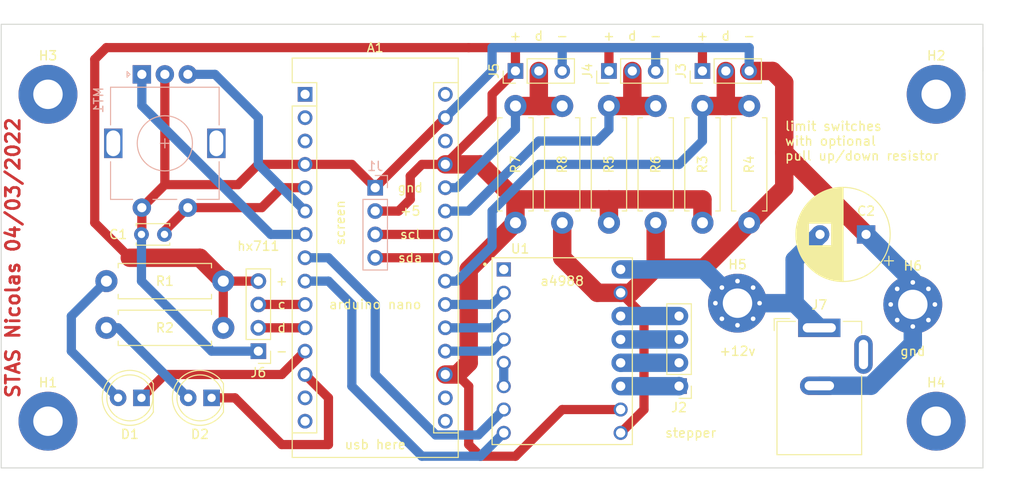
<source format=kicad_pcb>
(kicad_pcb (version 20211014) (generator pcbnew)
  (layers (0 "F.Cu" signal) (31 "B.Cu" signal) (34 "B.Paste" user) (35 "F.Paste" user) (36 "B.SilkS" user "B.Silkscreen") (37 "F.SilkS" user "F.Silkscreen") (38 "B.Mask" user) (39 "F.Mask" user) (44 "Edge.Cuts" user))
  (net 0 "")
  (net 4 "GND")
  (net 5 "button")
  (net 6 "encod_int")
  (net 7 "encod_dir")
  (net 8 "step")
  (net 9 "dir")
  (net 10 "load_clk")
  (net 11 "load_data")
  (net 12 "Net-(A1-Pad12)")
  (net 13 "Net-(A1-Pad13)")
  (net 17 "+3V3")
  (net 18 "+5V")
  (net 19 "ms3")
  (net 20 "ms2")
  (net 21 "ms1")
  (net 22 "l1")
  (net 23 "sda")
  (net 24 "scl")
  (net 25 "l2")
  (net 26 "l3")
  (net 29 "+12V")
  (net 30 "Net-(D1-Pad2)")
  (net 31 "Net-(D2-Pad2)")
  (net 32 "Net-(J2-Pad1)")
  (net 33 "Net-(J2-Pad2)")
  (net 34 "Net-(J2-Pad3)")
  (net 35 "Net-(J2-Pad4)")
  (net 37 "Net-(U1-Pad5)")
  (footprint "Connector_PinHeader_2.54mm:PinHeader_1x03_P2.54mm_Vertical" (layer "F.Cu") (at 101.6 50.8 90)
    (fp_text reference "J5" (at 0 -2.33 90) (layer "F.SilkS"))
    (fp_text value "Conn_01x03_Female")
    (pad "1" thru_hole rect (at 0 0 90) (size 1.7 1.7) (drill 1) (layers *.Cu *.Mask) (net 18 "+5V"))
    (pad "2" thru_hole oval (at 0 2.54 90) (size 1.7 1.7) (drill 1) (layers *.Cu *.Mask) (net 26 "l3"))
    (pad "3" thru_hole oval (at 0 5.08 90) (size 1.7 1.7) (drill 1) (layers *.Cu *.Mask) (net 4 "GND"))
  )
  (footprint "imports:MODULE_A4988_STEPPER_MOTOR_DRIVER_CARRIER" (layer "F.Cu") (at 106.68 81.28)
    (fp_text reference "U1" (at -4.575 -11.135) (layer "F.SilkS"))
    (fp_text value "A4988_STEPPER_MOTOR_DRIVER_CARRIER")
    (pad "1" thru_hole rect locked (at -6.35 -8.89) (size 1.53 1.53) (drill 1.02) (layers *.Cu *.Mask))
    (pad "2" thru_hole circle locked (at -6.35 -6.35) (size 1.53 1.53) (drill 1.02) (layers *.Cu *.Mask) (net 21 "ms1"))
    (pad "3" thru_hole circle locked (at -6.35 -3.81) (size 1.53 1.53) (drill 1.02) (layers *.Cu *.Mask) (net 20 "ms2"))
    (pad "4" thru_hole circle locked (at -6.35 -1.27) (size 1.53 1.53) (drill 1.02) (layers *.Cu *.Mask) (net 19 "ms3"))
    (pad "5" thru_hole circle locked (at -6.35 1.27) (size 1.53 1.53) (drill 1.02) (layers *.Cu *.Mask) (net 37 "Net-(U1-Pad5)"))
    (pad "6" thru_hole circle locked (at -6.35 3.81) (size 1.53 1.53) (drill 1.02) (layers *.Cu *.Mask) (net 37 "Net-(U1-Pad5)"))
    (pad "7" thru_hole circle locked (at -6.35 6.35) (size 1.53 1.53) (drill 1.02) (layers *.Cu *.Mask) (net 8 "step"))
    (pad "8" thru_hole circle locked (at -6.35 8.89) (size 1.53 1.53) (drill 1.02) (layers *.Cu *.Mask) (net 9 "dir"))
    (pad "9" thru_hole circle locked (at 6.35 8.89) (size 1.53 1.53) (drill 1.02) (layers *.Cu *.Mask) (net 4 "GND"))
    (pad "10" thru_hole circle locked (at 6.35 6.35) (size 1.53 1.53) (drill 1.02) (layers *.Cu *.Mask) (net 18 "+5V"))
    (pad "11" thru_hole circle locked (at 6.35 3.81) (size 1.53 1.53) (drill 1.02) (layers *.Cu *.Mask) (net 33 "Net-(J2-Pad2)"))
    (pad "12" thru_hole circle locked (at 6.35 1.27) (size 1.53 1.53) (drill 1.02) (layers *.Cu *.Mask) (net 32 "Net-(J2-Pad1)"))
    (pad "13" thru_hole circle locked (at 6.35 -1.27) (size 1.53 1.53) (drill 1.02) (layers *.Cu *.Mask) (net 34 "Net-(J2-Pad3)"))
    (pad "14" thru_hole circle locked (at 6.35 -3.81) (size 1.53 1.53) (drill 1.02) (layers *.Cu *.Mask) (net 35 "Net-(J2-Pad4)"))
    (pad "15" thru_hole circle locked (at 6.35 -6.35) (size 1.53 1.53) (drill 1.02) (layers *.Cu *.Mask) (net 4 "GND"))
    (pad "16" thru_hole circle locked (at 6.35 -8.89) (size 1.53 1.53) (drill 1.02) (layers *.Cu *.Mask) (net 29 "+12V"))
  )
  (footprint "Module:Arduino_Nano" (layer "F.Cu") (at 78.74 53.34)
    (fp_text reference "A1" (at 7.62 -5.08) (layer "F.SilkS"))
    (fp_text value "Arduino_Nano_Every")
    (pad "1" thru_hole rect (at 0 0) (size 1.6 1.6) (drill 1) (layers *.Cu *.Mask))
    (pad "2" thru_hole oval (at 0 2.54) (size 1.6 1.6) (drill 1) (layers *.Cu *.Mask))
    (pad "3" thru_hole oval (at 0 5.08) (size 1.6 1.6) (drill 1) (layers *.Cu *.Mask))
    (pad "4" thru_hole oval (at 0 7.62) (size 1.6 1.6) (drill 1) (layers *.Cu *.Mask) (net 4 "GND"))
    (pad "5" thru_hole oval (at 0 10.16) (size 1.6 1.6) (drill 1) (layers *.Cu *.Mask) (net 5 "button"))
    (pad "6" thru_hole oval (at 0 12.7) (size 1.6 1.6) (drill 1) (layers *.Cu *.Mask) (net 6 "encod_int"))
    (pad "7" thru_hole oval (at 0 15.24) (size 1.6 1.6) (drill 1) (layers *.Cu *.Mask) (net 7 "encod_dir"))
    (pad "8" thru_hole oval (at 0 17.78) (size 1.6 1.6) (drill 1) (layers *.Cu *.Mask) (net 8 "step"))
    (pad "9" thru_hole oval (at 0 20.32) (size 1.6 1.6) (drill 1) (layers *.Cu *.Mask) (net 9 "dir"))
    (pad "10" thru_hole oval (at 0 22.86) (size 1.6 1.6) (drill 1) (layers *.Cu *.Mask) (net 10 "load_clk"))
    (pad "11" thru_hole oval (at 0 25.4) (size 1.6 1.6) (drill 1) (layers *.Cu *.Mask) (net 11 "load_data"))
    (pad "12" thru_hole oval (at 0 27.94) (size 1.6 1.6) (drill 1) (layers *.Cu *.Mask) (net 12 "Net-(A1-Pad12)"))
    (pad "13" thru_hole oval (at 0 30.48) (size 1.6 1.6) (drill 1) (layers *.Cu *.Mask) (net 13 "Net-(A1-Pad13)"))
    (pad "14" thru_hole oval (at 0 33.02) (size 1.6 1.6) (drill 1) (layers *.Cu *.Mask))
    (pad "15" thru_hole oval (at 0 35.56) (size 1.6 1.6) (drill 1) (layers *.Cu *.Mask))
    (pad "16" thru_hole oval (at 15.24 35.56) (size 1.6 1.6) (drill 1) (layers *.Cu *.Mask))
    (pad "17" thru_hole oval (at 15.24 33.02) (size 1.6 1.6) (drill 1) (layers *.Cu *.Mask) (net 17 "+3V3"))
    (pad "18" thru_hole oval (at 15.24 30.48) (size 1.6 1.6) (drill 1) (layers *.Cu *.Mask) (net 18 "+5V"))
    (pad "19" thru_hole oval (at 15.24 27.94) (size 1.6 1.6) (drill 1) (layers *.Cu *.Mask) (net 19 "ms3"))
    (pad "20" thru_hole oval (at 15.24 25.4) (size 1.6 1.6) (drill 1) (layers *.Cu *.Mask) (net 20 "ms2"))
    (pad "21" thru_hole oval (at 15.24 22.86) (size 1.6 1.6) (drill 1) (layers *.Cu *.Mask) (net 21 "ms1"))
    (pad "22" thru_hole oval (at 15.24 20.32) (size 1.6 1.6) (drill 1) (layers *.Cu *.Mask) (net 22 "l1"))
    (pad "23" thru_hole oval (at 15.24 17.78) (size 1.6 1.6) (drill 1) (layers *.Cu *.Mask) (net 23 "sda"))
    (pad "24" thru_hole oval (at 15.24 15.24) (size 1.6 1.6) (drill 1) (layers *.Cu *.Mask) (net 24 "scl"))
    (pad "25" thru_hole oval (at 15.24 12.7) (size 1.6 1.6) (drill 1) (layers *.Cu *.Mask) (net 25 "l2"))
    (pad "26" thru_hole oval (at 15.24 10.16) (size 1.6 1.6) (drill 1) (layers *.Cu *.Mask) (net 26 "l3"))
    (pad "27" thru_hole oval (at 15.24 7.62) (size 1.6 1.6) (drill 1) (layers *.Cu *.Mask) (net 18 "+5V"))
    (pad "28" thru_hole oval (at 15.24 5.08) (size 1.6 1.6) (drill 1) (layers *.Cu *.Mask))
    (pad "29" thru_hole oval (at 15.24 2.54) (size 1.6 1.6) (drill 1) (layers *.Cu *.Mask) (net 4 "GND"))
    (pad "30" thru_hole oval (at 15.24 0) (size 1.6 1.6) (drill 1) (layers *.Cu *.Mask))
  )
  (footprint "Connector_PinHeader_2.54mm:PinHeader_1x04_P2.54mm_Vertical" (layer "F.Cu") (at 73.66 81.28 180)
    (fp_text reference "J6" (at 0 -2.33) (layer "F.SilkS"))
    (fp_text value "Conn_01x04_Female")
    (pad "1" thru_hole rect (at 0 0 180) (size 1.7 1.7) (drill 1) (layers *.Cu *.Mask) (net 4 "GND"))
    (pad "2" thru_hole oval (at 0 2.54 180) (size 1.7 1.7) (drill 1) (layers *.Cu *.Mask) (net 11 "load_data"))
    (pad "3" thru_hole oval (at 0 5.08 180) (size 1.7 1.7) (drill 1) (layers *.Cu *.Mask) (net 10 "load_clk"))
    (pad "4" thru_hole oval (at 0 7.62 180) (size 1.7 1.7) (drill 1) (layers *.Cu *.Mask) (net 18 "+5V"))
  )
  (footprint "Resistor_THT:R_Axial_DIN0411_L9.9mm_D3.6mm_P12.70mm_Horizontal" (layer "F.Cu") (at 116.84 54.61 -90)
    (fp_text reference "R6" (at 6.35 0 90) (layer "F.SilkS"))
    (fp_text value "R")
    (pad "1" thru_hole circle (at 0 0 270) (size 2.4 2.4) (drill 1.2) (layers *.Cu *.Mask) (net 25 "l2"))
    (pad "2" thru_hole oval (at 12.7 0 270) (size 2.4 2.4) (drill 1.2) (layers *.Cu *.Mask) (net 4 "GND"))
  )
  (footprint "Resistor_THT:R_Axial_DIN0411_L9.9mm_D3.6mm_P12.70mm_Horizontal" (layer "F.Cu") (at 106.68 54.61 -90)
    (fp_text reference "R8" (at 6.35 0 90) (layer "F.SilkS"))
    (fp_text value "R")
    (pad "1" thru_hole circle (at 0 0 270) (size 2.4 2.4) (drill 1.2) (layers *.Cu *.Mask) (net 26 "l3"))
    (pad "2" thru_hole oval (at 12.7 0 270) (size 2.4 2.4) (drill 1.2) (layers *.Cu *.Mask) (net 4 "GND"))
  )
  (footprint "MountingHole:MountingHole_3.2mm_M3_Pad" (layer "F.Cu") (at 50.8 53.34)
    (fp_text reference "H3" (at 0 -4.2) (layer "F.SilkS"))
    (fp_text value "MountingHole")
    (pad "1" thru_hole circle (at 0 0) (size 6.4 6.4) (drill 3.2) (layers *.Cu *.Mask))
  )
  (footprint "Resistor_THT:R_Axial_DIN0411_L9.9mm_D3.6mm_P12.70mm_Horizontal" (layer "F.Cu") (at 127 54.61 -90)
    (fp_text reference "R4" (at 6.35 0 90) (layer "F.SilkS"))
    (fp_text value "R")
    (pad "1" thru_hole circle (at 0 0 270) (size 2.4 2.4) (drill 1.2) (layers *.Cu *.Mask) (net 22 "l1"))
    (pad "2" thru_hole oval (at 12.7 0 270) (size 2.4 2.4) (drill 1.2) (layers *.Cu *.Mask) (net 4 "GND"))
  )
  (footprint "Resistor_THT:R_Axial_DIN0411_L9.9mm_D3.6mm_P12.70mm_Horizontal" (layer "F.Cu") (at 111.76 67.31 90)
    (fp_text reference "R5" (at 6.35 0 90) (layer "F.SilkS"))
    (fp_text value "R")
    (pad "1" thru_hole circle (at 0 0 90) (size 2.4 2.4) (drill 1.2) (layers *.Cu *.Mask) (net 18 "+5V"))
    (pad "2" thru_hole oval (at 12.7 0 90) (size 2.4 2.4) (drill 1.2) (layers *.Cu *.Mask) (net 25 "l2"))
  )
  (footprint "LED_THT:LED_D5.0mm" (layer "F.Cu") (at 68.58 86.36 180)
    (fp_text reference "D2" (at 1.27 -3.96) (layer "F.SilkS"))
    (fp_text value "LED")
    (pad "1" thru_hole rect (at 0 0 180) (size 1.8 1.8) (drill 0.9) (layers *.Cu *.Mask) (net 13 "Net-(A1-Pad13)"))
    (pad "2" thru_hole circle (at 2.54 0 180) (size 1.8 1.8) (drill 0.9) (layers *.Cu *.Mask) (net 31 "Net-(D2-Pad2)"))
  )
  (footprint "Resistor_THT:R_Axial_DIN0411_L9.9mm_D3.6mm_P12.70mm_Horizontal" (layer "F.Cu") (at 121.92 67.31 90)
    (fp_text reference "R3" (at 6.35 0 90) (layer "F.SilkS"))
    (fp_text value "R")
    (pad "1" thru_hole circle (at 0 0 90) (size 2.4 2.4) (drill 1.2) (layers *.Cu *.Mask) (net 18 "+5V"))
    (pad "2" thru_hole oval (at 12.7 0 90) (size 2.4 2.4) (drill 1.2) (layers *.Cu *.Mask) (net 22 "l1"))
  )
  (footprint "Resistor_THT:R_Axial_DIN0411_L9.9mm_D3.6mm_P12.70mm_Horizontal" (layer "F.Cu") (at 57.15 78.74)
    (fp_text reference "R2" (at 6.35 0) (layer "F.SilkS"))
    (fp_text value "R")
    (pad "1" thru_hole circle (at 0 0) (size 2.4 2.4) (drill 1.2) (layers *.Cu *.Mask) (net 31 "Net-(D2-Pad2)"))
    (pad "2" thru_hole oval (at 12.7 0) (size 2.4 2.4) (drill 1.2) (layers *.Cu *.Mask) (net 18 "+5V"))
  )
  (footprint "MountingHole:MountingHole_3.2mm_M3_Pad" (layer "F.Cu") (at 147.32 53.34)
    (fp_text reference "H2" (at 0 -4.2) (layer "F.SilkS"))
    (fp_text value "MountingHole")
    (pad "1" thru_hole circle (at 0 0) (size 6.4 6.4) (drill 3.2) (layers *.Cu *.Mask))
  )
  (footprint "MountingHole:MountingHole_3.2mm_M3_Pad_Via" (layer "F.Cu") (at 144.78 76.2)
    (fp_text reference "H6" (at 0 -4.2) (layer "F.SilkS"))
    (fp_text value "MountingHole_Pad")
    (pad "1" thru_hole circle (at 2.4 0) (size 0.8 0.8) (drill 0.5) (layers *.Cu *.Mask) (net 4 "GND"))
    (pad "1" thru_hole circle (at -2.4 0) (size 0.8 0.8) (drill 0.5) (layers *.Cu *.Mask) (net 4 "GND"))
    (pad "1" thru_hole circle (at -1.697056 1.697056) (size 0.8 0.8) (drill 0.5) (layers *.Cu *.Mask) (net 4 "GND"))
    (pad "1" thru_hole circle (at -1.697056 -1.697056) (size 0.8 0.8) (drill 0.5) (layers *.Cu *.Mask) (net 4 "GND"))
    (pad "1" thru_hole circle (at 1.697056 -1.697056) (size 0.8 0.8) (drill 0.5) (layers *.Cu *.Mask) (net 4 "GND"))
    (pad "1" thru_hole circle (at 0 2.4) (size 0.8 0.8) (drill 0.5) (layers *.Cu *.Mask) (net 4 "GND"))
    (pad "1" thru_hole circle (at 1.697056 1.697056) (size 0.8 0.8) (drill 0.5) (layers *.Cu *.Mask) (net 4 "GND"))
    (pad "1" thru_hole circle (at 0 0) (size 6.4 6.4) (drill 3.2) (layers *.Cu *.Mask) (net 4 "GND"))
    (pad "1" thru_hole circle (at 0 -2.4) (size 0.8 0.8) (drill 0.5) (layers *.Cu *.Mask) (net 4 "GND"))
  )
  (footprint "Connector_BarrelJack:BarrelJack_GCT_DCJ200-10-A_Horizontal" (layer "F.Cu") (at 134.62 78.74)
    (fp_text reference "J7" (at 0 -2.5) (layer "F.SilkS"))
    (fp_text value "Jack-DC")
    (pad "1" thru_hole rect (at 0 0) (size 4.6 2) (drill oval 3.6 1) (layers *.Cu *.Mask) (net 29 "+12V"))
    (pad "2" thru_hole oval (at 0 6.3) (size 4.2 2) (drill oval 3.2 1) (layers *.Cu *.Mask) (net 4 "GND"))
    (pad "3" thru_hole oval (at 4.8 2.9) (size 2 4.2) (drill oval 1 3.2) (layers *.Cu *.Mask))
  )
  (footprint "Capacitor_THT:C_Disc_D3.4mm_W2.1mm_P2.50mm" (layer "F.Cu") (at 60.96 68.58)
    (fp_text reference "C1" (at -2.54 0) (layer "F.SilkS"))
    (fp_text value "C_Small")
    (pad "1" thru_hole circle (at 0 0) (size 1.6 1.6) (drill 0.8) (layers *.Cu *.Mask) (net 4 "GND"))
    (pad "2" thru_hole circle (at 2.5 0) (size 1.6 1.6) (drill 0.8) (layers *.Cu *.Mask) (net 5 "button"))
  )
  (footprint "Connector_PinHeader_2.54mm:PinHeader_1x04_P2.54mm_Vertical" (layer "F.Cu") (at 119.38 85.08 180)
    (fp_text reference "J2" (at 0 -2.33) (layer "F.SilkS"))
    (fp_text value "Conn_01x04_Female")
    (pad "1" thru_hole rect (at 0 0 180) (size 1.7 1.7) (drill 1) (layers *.Cu *.Mask) (net 33 "Net-(J2-Pad2)"))
    (pad "2" thru_hole oval (at 0 2.54 180) (size 1.7 1.7) (drill 1) (layers *.Cu *.Mask) (net 32 "Net-(J2-Pad1)"))
    (pad "3" thru_hole oval (at 0 5.08 180) (size 1.7 1.7) (drill 1) (layers *.Cu *.Mask) (net 34 "Net-(J2-Pad3)"))
    (pad "4" thru_hole oval (at 0 7.62 180) (size 1.7 1.7) (drill 1) (layers *.Cu *.Mask) (net 35 "Net-(J2-Pad4)"))
  )
  (footprint "LED_THT:LED_D5.0mm" (layer "F.Cu") (at 60.96 86.36 180)
    (fp_text reference "D1" (at 1.27 -3.96) (layer "F.SilkS"))
    (fp_text value "LED")
    (pad "1" thru_hole rect (at 0 0 180) (size 1.8 1.8) (drill 0.9) (layers *.Cu *.Mask) (net 12 "Net-(A1-Pad12)"))
    (pad "2" thru_hole circle (at 2.54 0 180) (size 1.8 1.8) (drill 0.9) (layers *.Cu *.Mask) (net 30 "Net-(D1-Pad2)"))
  )
  (footprint "Connector_PinHeader_2.54mm:PinHeader_1x03_P2.54mm_Vertical" (layer "F.Cu") (at 121.92 50.8 90)
    (fp_text reference "J3" (at 0 -2.33 90) (layer "F.SilkS"))
    (fp_text value "Conn_01x03_Female")
    (pad "1" thru_hole rect (at 0 0 90) (size 1.7 1.7) (drill 1) (layers *.Cu *.Mask) (net 18 "+5V"))
    (pad "2" thru_hole oval (at 0 2.54 90) (size 1.7 1.7) (drill 1) (layers *.Cu *.Mask) (net 22 "l1"))
    (pad "3" thru_hole oval (at 0 5.08 90) (size 1.7 1.7) (drill 1) (layers *.Cu *.Mask) (net 4 "GND"))
  )
  (footprint "MountingHole:MountingHole_3.2mm_M3_Pad" (layer "F.Cu") (at 147.32 88.9)
    (fp_text reference "H4" (at 0 -4.2) (layer "F.SilkS"))
    (fp_text value "MountingHole")
    (pad "1" thru_hole circle (at 0 0) (size 6.4 6.4) (drill 3.2) (layers *.Cu *.Mask))
  )
  (footprint "Resistor_THT:R_Axial_DIN0411_L9.9mm_D3.6mm_P12.70mm_Horizontal" (layer "F.Cu") (at 101.6 67.31 90)
    (fp_text reference "R7" (at 6.35 0 90) (layer "F.SilkS"))
    (fp_text value "R")
    (pad "1" thru_hole circle (at 0 0 90) (size 2.4 2.4) (drill 1.2) (layers *.Cu *.Mask) (net 18 "+5V"))
    (pad "2" thru_hole oval (at 12.7 0 90) (size 2.4 2.4) (drill 1.2) (layers *.Cu *.Mask) (net 26 "l3"))
  )
  (footprint "MountingHole:MountingHole_3.2mm_M3_Pad_Via" (layer "F.Cu") (at 125.73 76.06)
    (fp_text reference "H5" (at 0 -4.2) (layer "F.SilkS"))
    (fp_text value "MountingHole_Pad")
    (pad "1" thru_hole circle (at -1.697056 1.697056) (size 0.8 0.8) (drill 0.5) (layers *.Cu *.Mask) (net 29 "+12V"))
    (pad "1" thru_hole circle (at 0 0) (size 6.4 6.4) (drill 3.2) (layers *.Cu *.Mask) (net 29 "+12V"))
    (pad "1" thru_hole circle (at -1.697056 -1.697056) (size 0.8 0.8) (drill 0.5) (layers *.Cu *.Mask) (net 29 "+12V"))
    (pad "1" thru_hole circle (at -2.4 0) (size 0.8 0.8) (drill 0.5) (layers *.Cu *.Mask) (net 29 "+12V"))
    (pad "1" thru_hole circle (at 0 -2.4) (size 0.8 0.8) (drill 0.5) (layers *.Cu *.Mask) (net 29 "+12V"))
    (pad "1" thru_hole circle (at 0 2.4) (size 0.8 0.8) (drill 0.5) (layers *.Cu *.Mask) (net 29 "+12V"))
    (pad "1" thru_hole circle (at 1.697056 1.697056) (size 0.8 0.8) (drill 0.5) (layers *.Cu *.Mask) (net 29 "+12V"))
    (pad "1" thru_hole circle (at 2.4 0) (size 0.8 0.8) (drill 0.5) (layers *.Cu *.Mask) (net 29 "+12V"))
    (pad "1" thru_hole circle (at 1.697056 -1.697056) (size 0.8 0.8) (drill 0.5) (layers *.Cu *.Mask) (net 29 "+12V"))
  )
  (footprint "Connector_PinHeader_2.54mm:PinHeader_1x03_P2.54mm_Vertical" (layer "F.Cu") (at 111.76 50.8 90)
    (fp_text reference "J4" (at 0 -2.33 90) (layer "F.SilkS"))
    (fp_text value "Conn_01x03_Female")
    (pad "1" thru_hole rect (at 0 0 90) (size 1.7 1.7) (drill 1) (layers *.Cu *.Mask) (net 18 "+5V"))
    (pad "2" thru_hole oval (at 0 2.54 90) (size 1.7 1.7) (drill 1) (layers *.Cu *.Mask) (net 25 "l2"))
    (pad "3" thru_hole oval (at 0 5.08 90) (size 1.7 1.7) (drill 1) (layers *.Cu *.Mask) (net 4 "GND"))
  )
  (footprint "Capacitor_THT:CP_Radial_D10.0mm_P5.00mm" (layer "F.Cu") (at 139.7 68.58 180)
    (fp_text reference "C2" (at 0 2.54) (layer "F.SilkS"))
    (fp_text value "C")
    (pad "1" thru_hole rect (at 0 0 180) (size 2 2) (drill 1) (layers *.Cu *.Mask) (net 4 "GND"))
    (pad "2" thru_hole circle (at 5 0 180) (size 2 2) (drill 1) (layers *.Cu *.Mask) (net 29 "+12V"))
  )
  (footprint "Resistor_THT:R_Axial_DIN0411_L9.9mm_D3.6mm_P12.70mm_Horizontal" (layer "F.Cu") (at 57.15 73.66)
    (fp_text reference "R1" (at 6.35 0) (layer "F.SilkS"))
    (fp_text value "R")
    (pad "1" thru_hole circle (at 0 0) (size 2.4 2.4) (drill 1.2) (layers *.Cu *.Mask) (net 30 "Net-(D1-Pad2)"))
    (pad "2" thru_hole oval (at 12.7 0) (size 2.4 2.4) (drill 1.2) (layers *.Cu *.Mask) (net 18 "+5V"))
  )
  (footprint "MountingHole:MountingHole_3.2mm_M3_Pad" (layer "F.Cu") (at 50.8 88.9)
    (fp_text reference "H1" (at 0 -4.2) (layer "F.SilkS"))
    (fp_text value "MountingHole")
    (pad "1" thru_hole circle (at 0 0) (size 6.4 6.4) (drill 3.2) (layers *.Cu *.Mask))
  )
  (footprint "Rotary_Encoder:RotaryEncoder_Alps_EC11E-Switch_Vertical_H20mm" (layer "B.Cu") (at 61 51.17 -90)
    (fp_text reference "MT1" (at 2.8 4.7 90) (layer "B.SilkS") (effects (justify mirror)))
    (fp_text value "PEC11R-4215F-S0024")
    (pad "A" thru_hole rect (at 0 0 270) (size 2 2) (drill 1) (layers *.Cu *.Mask) (net 7 "encod_dir"))
    (pad "B" thru_hole circle (at 0 -5 270) (size 2 2) (drill 1) (layers *.Cu *.Mask) (net 6 "encod_int"))
    (pad "C" thru_hole circle (at 0 -2.5 270) (size 2 2) (drill 1) (layers *.Cu *.Mask) (net 4 "GND"))
    (pad "MP" thru_hole rect (at 7.5 -8.1 270) (size 3.2 2) (drill oval 2.8 1.5) (layers *.Cu *.Mask))
    (pad "MP" thru_hole rect (at 7.5 3.1 270) (size 3.2 2) (drill oval 2.8 1.5) (layers *.Cu *.Mask))
    (pad "S1" thru_hole circle (at 14.5 -5 270) (size 2 2) (drill 1) (layers *.Cu *.Mask) (net 5 "button"))
    (pad "S2" thru_hole circle (at 14.5 0 270) (size 2 2) (drill 1) (layers *.Cu *.Mask) (net 4 "GND"))
  )
  (footprint "Connector_PinHeader_2.54mm:PinHeader_1x04_P2.54mm_Vertical" (layer "B.Cu") (at 86.36 63.5 180)
    (fp_text reference "J1" (at 0 2.33) (layer "B.SilkS") (effects (justify mirror)))
    (fp_text value "Conn_01x04_Female")
    (pad "1" thru_hole rect (at 0 0 180) (size 1.7 1.7) (drill 1) (layers *.Cu *.Mask) (net 4 "GND"))
    (pad "2" thru_hole oval (at 0 -2.54 180) (size 1.7 1.7) (drill 1) (layers *.Cu *.Mask) (net 18 "+5V"))
    (pad "3" thru_hole oval (at 0 -5.08 180) (size 1.7 1.7) (drill 1) (layers *.Cu *.Mask) (net 24 "scl"))
    (pad "4" thru_hole oval (at 0 -7.62 180) (size 1.7 1.7) (drill 1) (layers *.Cu *.Mask) (net 23 "sda"))
  )
  (gr_line (start 152.4 48.26) (end 152.4 93.98) (layer "Edge.Cuts") (width 0.1))
  (gr_line (start 152.4 93.98) (end 45.72 93.98) (layer "Edge.Cuts") (width 0.1))
  (gr_line (start 45.72 45.72) (end 152.4 45.72) (layer "Edge.Cuts") (width 0.1))
  (gr_line (start 152.4 45.72) (end 152.4 50.8) (layer "Edge.Cuts") (width 0.1))
  (gr_line (start 45.72 93.98) (end 45.72 45.72) (layer "Edge.Cuts") (width 0.1))
  (gr_text "STAS Nicolas 04/03/2022" (at 46.99 71.12 90) (layer "F.Cu") (effects (font (size 1.5 1.5) (thickness 0.3))))
  (gr_text "d" (at 114.3 46.99) (layer "F.SilkS") (effects (font (size 1 1))))
  (gr_text "+" (at 101.6 46.99) (layer "F.SilkS") (effects (font (size 1 1))))
  (gr_text "+" (at 111.76 46.99) (layer "F.SilkS") (effects (font (size 1 1))))
  (gr_text "usb here" (at 86.36 91.44) (layer "F.SilkS") (effects (font (size 1 1))))
  (gr_text "gnd\n" (at 90.17 63.5) (layer "F.SilkS") (effects (font (size 1 1))))
  (gr_text "gnd\n" (at 144.78 81.28) (layer "F.SilkS") (effects (font (size 1 1))))
  (gr_text "-" (at 116.84 46.99) (layer "F.SilkS") (effects (font (size 1 1))))
  (gr_text "a4988" (at 106.68 73.66) (layer "F.SilkS") (effects (font (size 1 1))))
  (gr_text "-" (at 127 46.99) (layer "F.SilkS") (effects (font (size 1 1))))
  (gr_text "d" (at 124.46 46.99) (layer "F.SilkS") (effects (font (size 1 1))))
  (gr_text "d" (at 104.14 46.99) (layer "F.SilkS") (effects (font (size 1 1))))
  (gr_text "-" (at 76.2 81.28) (layer "F.SilkS") (effects (font (size 1 1))))
  (gr_text "d" (at 76.2 78.74) (layer "F.SilkS") (effects (font (size 1 1))))
  (gr_text "-" (at 106.68 46.99) (layer "F.SilkS") (effects (font (size 1 1))))
  (gr_text "limit switches\nwith optional \npull up/down resistor" (at 130.81 58.42) (layer "F.SilkS") (effects (font (size 1 1)) (justify left)))
  (gr_text "c" (at 76.2 76.2) (layer "F.SilkS") (effects (font (size 1 1))))
  (gr_text "arduino nano\n" (at 86.36 76.2) (layer "F.SilkS") (effects (font (size 1 1))))
  (gr_text "scl" (at 90.17 68.58) (layer "F.SilkS") (effects (font (size 1 1))))
  (gr_text "sda\n" (at 90.17 71.12) (layer "F.SilkS") (effects (font (size 1 1))))
  (gr_text "stepper" (at 120.65 90.17) (layer "F.SilkS") (effects (font (size 1 1))))
  (gr_text "screen" (at 82.55 67.31 90) (layer "F.SilkS") (effects (font (size 1 1))))
  (gr_text "hx711" (at 73.66 69.85) (layer "F.SilkS") (effects (font (size 1 1))))
  (gr_text "+5" (at 90.17 66.04) (layer "F.SilkS") (effects (font (size 1 1))))
  (gr_text "+\n" (at 76.2 73.66) (layer "F.SilkS") (effects (font (size 1 1))))
  (gr_text "+12v\n" (at 125.73 81.28) (layer "F.SilkS") (effects (font (size 1 1))))
  (gr_text "+" (at 121.92 46.99) (layer "F.SilkS") (effects (font (size 1 1))))
  (segment (start 115.57 77.47) (end 113.03 74.93) (width 1) (layer "F.Cu") (net 4))
  (segment (start 113.03 74.93) (end 114.111873 74.93) (width 2) (layer "F.Cu") (net 4))
  (segment (start 61 65.67) (end 61 68.54) (width 1) (layer "F.Cu") (net 4))
  (segment (start 106.68 67.31) (end 106.68 71.12) (width 2) (layer "F.Cu") (net 4))
  (segment (start 73.66 60.96) (end 78.74 60.96) (width 1) (layer "F.Cu") (net 4))
  (segment (start 114.111873 74.93) (end 116.84 72.201873) (width 2) (layer "F.Cu") (net 4))
  (segment (start 139.7 68.58) (end 130.81 59.69) (width 2) (layer "F.Cu") (net 4))
  (segment (start 71.45 63.17) (end 73.66 60.96) (width 1) (layer "F.Cu") (net 4))
  (segment (start 110.49 74.93) (end 113.03 74.93) (width 2) (layer "F.Cu") (net 4))
  (segment (start 113.03 90.17) (end 115.57 87.63) (width 1) (layer "F.Cu") (net 4))
  (segment (start 127 67.31) (end 122.108127 72.201873) (width 2) (layer "F.Cu") (net 4))
  (segment (start 130.81 63.5) (end 130.81 59.69) (width 2) (layer "F.Cu") (net 4))
  (segment (start 63.5 63.17) (end 71.45 63.17) (width 1) (layer "F.Cu") (net 4))
  (segment (start 86.36 63.5) (end 93.98 55.88) (width 1) (layer "F.Cu") (net 4))
  (segment (start 61 68.54) (end 60.96 68.58) (width 1) (layer "F.Cu") (net 4))
  (segment (start 115.57 87.63) (end 115.57 77.47) (width 1) (layer "F.Cu") (net 4))
  (segment (start 127 67.31) (end 130.81 63.5) (width 2) (layer "F.Cu") (net 4))
  (segment (start 78.74 60.96) (end 83.82 60.96) (width 1) (layer "F.Cu") (net 4))
  (segment (start 130.81 59.69) (end 130.81 52.07) (width 2) (layer "F.Cu") (net 4))
  (segment (start 129.54 50.8) (end 127 50.8) (width 2) (layer "F.Cu") (net 4))
  (segment (start 122.108127 72.201873) (end 116.84 72.201873) (width 2) (layer "F.Cu") (net 4))
  (segment (start 116.84 72.201873) (end 116.84 67.31) (width 2) (layer "F.Cu") (net 4))
  (segment (start 130.81 52.07) (end 129.54 50.8) (width 2) (layer "F.Cu") (net 4))
  (segment (start 83.82 60.96) (end 86.36 63.5) (width 1) (layer "F.Cu") (net 4))
  (segment (start 63.5 51.17) (end 63.5 63.17) (width 1) (layer "F.Cu") (net 4))
  (segment (start 63.5 63.17) (end 61 65.67) (width 1) (layer "F.Cu") (net 4))
  (segment (start 106.68 71.12) (end 110.49 74.93) (width 2) (layer "F.Cu") (net 4))
  (segment (start 68.58 81.28) (end 60.96 73.66) (width 1) (layer "B.Cu") (net 4))
  (segment (start 116.84 48.26) (end 127 48.26) (width 1) (layer "B.Cu") (net 4))
  (segment (start 134.62 85.04) (end 140.230591 85.04) (width 2) (layer "B.Cu") (net 4))
  (segment (start 140.230591 85.04) (end 144.78 80.490591) (width 2) (layer "B.Cu") (net 4))
  (segment (start 116.84 48.26) (end 116.84 50.8) (width 1) (layer "B.Cu") (net 4))
  (segment (start 144.78 80.490591) (end 144.78 76.2) (width 2) (layer "B.Cu") (net 4))
  (segment (start 99.06 48.26) (end 106.68 48.26) (width 1) (layer "B.Cu") (net 4))
  (segment (start 144.78 73.66) (end 139.7 68.58) (width 2) (layer "B.Cu") (net 4))
  (segment (start 127 48.26) (end 127 50.8) (width 1) (layer "B.Cu") (net 4))
  (segment (start 106.68 48.26) (end 106.68 50.8) (width 1) (layer "B.Cu") (net 4))
  (segment (start 73.66 81.28) (end 68.58 81.28) (width 1) (layer "B.Cu") (net 4))
  (segment (start 99.06 50.8) (end 99.06 48.26) (width 1) (layer "B.Cu") (net 4))
  (segment (start 60.96 73.66) (end 60.96 68.58) (width 1) (layer "B.Cu") (net 4))
  (segment (start 93.98 55.88) (end 99.06 50.8) (width 1) (layer "B.Cu") (net 4))
  (segment (start 144.78 76.2) (end 144.78 73.66) (width 2) (layer "B.Cu") (net 4))
  (segment (start 106.68 48.26) (end 116.84 48.26) (width 1) (layer "B.Cu") (net 4))
  (segment (start 63.46 68.21) (end 66 65.67) (width 1) (layer "F.Cu") (net 5))
  (segment (start 63.46 68.58) (end 63.46 68.21) (width 1) (layer "F.Cu") (net 5))
  (segment (start 66 65.67) (end 74.03 65.67) (width 1) (layer "F.Cu") (net 5))
  (segment (start 74.03 65.67) (end 76.2 63.5) (width 1) (layer "F.Cu") (net 5))
  (segment (start 76.2 63.5) (end 78.74 63.5) (width 1) (layer "F.Cu") (net 5))
  (segment (start 73.66 60.96) (end 73.66 55.88) (width 1) (layer "B.Cu") (net 6))
  (segment (start 78.74 66.04) (end 73.66 60.96) (width 1) (layer "B.Cu") (net 6))
  (segment (start 73.66 55.88) (end 68.95 51.17) (width 1) (layer "B.Cu") (net 6))
  (segment (start 68.95 51.17) (end 66 51.17) (width 1) (layer "B.Cu") (net 6))
  (segment (start 61 54.569022) (end 75.010978 68.58) (width 1) (layer "B.Cu") (net 7))
  (segment (start 75.010978 68.58) (end 78.74 68.58) (width 1) (layer "B.Cu") (net 7))
  (segment (start 61 51.17) (end 61 54.569022) (width 1) (layer "B.Cu") (net 7))
  (segment (start 86.36 76.2) (end 81.28 71.12) (width 1) (layer "B.Cu") (net 8))
  (segment (start 81.28 71.12) (end 78.74 71.12) (width 1) (layer "B.Cu") (net 8))
  (segment (start 86.36 83.82) (end 86.36 76.2) (width 1) (layer "B.Cu") (net 8))
  (segment (start 100.33 87.63) (end 97.560489 90.399511) (width 1) (layer "B.Cu") (net 8))
  (segment (start 97.560489 90.399511) (end 92.939511 90.399511) (width 1) (layer "B.Cu") (net 8))
  (segment (start 92.939511 90.399511) (end 86.36 83.82) (width 1) (layer "B.Cu") (net 8))
  (segment (start 83.82 85.09) (end 83.82 76.2) (width 1) (layer "B.Cu") (net 9))
  (segment (start 83.82 76.2) (end 81.28 73.66) (width 1) (layer "B.Cu") (net 9))
  (segment (start 91.44 92.71) (end 83.82 85.09) (width 1) (layer "B.Cu") (net 9))
  (segment (start 97.79 92.71) (end 91.44 92.71) (width 1) (layer "B.Cu") (net 9))
  (segment (start 100.33 90.17) (end 97.79 92.71) (width 1) (layer "B.Cu") (net 9))
  (segment (start 81.28 73.66) (end 78.74 73.66) (width 1) (layer "B.Cu") (net 9))
  (segment (start 73.66 76.2) (end 78.74 76.2) (width 1) (layer "F.Cu") (net 10))
  (segment (start 78.74 78.74) (end 73.66 78.74) (width 1) (layer "F.Cu") (net 11))
  (segment (start 60.96 86.36) (end 63.5 83.82) (width 1) (layer "F.Cu") (net 12))
  (segment (start 76.2 83.82) (end 78.74 81.28) (width 1) (layer "F.Cu") (net 12))
  (segment (start 63.5 83.82) (end 76.2 83.82) (width 1) (layer "F.Cu") (net 12))
  (segment (start 76.2 91.44) (end 81.28 91.44) (width 1) (layer "F.Cu") (net 13))
  (segment (start 81.28 86.36) (end 78.74 83.82) (width 1) (layer "F.Cu") (net 13))
  (segment (start 81.28 91.44) (end 81.28 86.36) (width 1) (layer "F.Cu") (net 13))
  (segment (start 71.12 86.36) (end 76.2 91.44) (width 1) (layer "F.Cu") (net 13))
  (segment (start 68.58 86.36) (end 71.12 86.36) (width 1) (layer "F.Cu") (net 13))
  (segment (start 93.98 83.82) (end 95.11137 83.82) (width 2) (layer "F.Cu") (net 18))
  (segment (start 101.6 92.71) (end 97.79 92.71) (width 1) (layer "F.Cu") (net 18))
  (segment (start 106.68 87.63) (end 101.6 92.71) (width 1) (layer "F.Cu") (net 18))
  (segment (start 96.52 91.44) (end 96.52 85.09) (width 1) (layer "F.Cu") (net 18))
  (segment (start 101.6 64.77) (end 101.6 67.31) (width 2) (layer "F.Cu") (net 18))
  (segment (start 101.6 50.8) (end 99.06 53.34) (width 1) (layer "F.Cu") (net 18))
  (segment (start 101.6 48.26) (end 111.76 48.26) (width 1) (layer "F.Cu") (net 18))
  (segment (start 97.79 92.71) (end 96.52 91.44) (width 1) (layer "F.Cu") (net 18))
  (segment (start 111.76 48.26) (end 121.92 48.26) (width 1) (layer "F.Cu") (net 18))
  (segment (start 90.17 64.77) (end 90.17 62.23) (width 1) (layer "F.Cu") (net 18))
  (segment (start 88.9 66.04) (end 90.17 64.77) (width 1) (layer "F.Cu") (net 18))
  (segment (start 101.6 48.26) (end 101.6 50.8) (width 1) (layer "F.Cu") (net 18))
  (segment (start 95.25 83.82) (end 93.98 83.82) (width 1) (layer "F.Cu") (net 18))
  (segment (start 93.98 60.96) (end 91.44 60.96) (width 1) (layer "F.Cu") (net 18))
  (segment (start 99.06 53.34) (end 99.06 55.88) (width 1) (layer "F.Cu") (net 18))
  (segment (start 93.98 60.96) (end 97.79 60.96) (width 2) (layer "F.Cu") (net 18))
  (segment (start 96.52 72.39) (end 101.6 67.31) (width 2) (layer "F.Cu") (net 18))
  (segment (start 69.85 73.66) (end 69.85 78.74) (width 1) (layer "F.Cu") (net 18))
  (segment (start 96.52 82.55) (end 96.52 72.39) (width 2) (layer "F.Cu") (net 18))
  (segment (start 55.88 49.53) (end 57.15 48.26) (width 1) (layer "F.Cu") (net 18))
  (segment (start 121.92 48.26) (end 121.92 50.8) (width 1) (layer "F.Cu") (net 18))
  (segment (start 121.92 64.77) (end 111.76 64.77) (width 2) (layer "F.Cu") (net 18))
  (segment (start 67.31 71.12) (end 59.69 71.12) (width 2) (layer "F.Cu") (net 18))
  (segment (start 59.69 71.12) (end 55.88 67.31) (width 1) (layer "F.Cu") (net 18))
  (segment (start 121.92 67.31) (end 121.92 64.77) (width 2) (layer "F.Cu") (net 18))
  (segment (start 69.85 73.66) (end 67.31 71.12) (width 2) (layer "F.Cu") (net 18))
  (segment (start 95.25 83.82) (end 96.52 82.55) (width 2) (layer "F.Cu") (net 18))
  (segment (start 97.79 60.96) (end 101.6 64.77) (width 2) (layer "F.Cu") (net 18))
  (segment (start 93.98 60.96) (end 99.06 55.88) (width 1) (layer "F.Cu") (net 18))
  (segment (start 113.03 87.63) (end 106.68 87.63) (width 1) (layer "F.Cu") (net 18))
  (segment (start 96.52 48.26) (end 101.6 48.26) (width 1) (layer "F.Cu") (net 18))
  (segment (start 96.52 85.09) (end 95.25 83.82) (width 1) (layer "F.Cu") (net 18))
  (segment (start 69.85 73.66) (end 73.66 73.66) (width 1) (layer "F.Cu") (net 18))
  (segment (start 111.76 67.31) (end 111.76 64.77) (width 2) (layer "F.Cu") (net 18))
  (segment (start 91.44 60.96) (end 90.17 62.23) (width 1) (layer "F.Cu") (net 18))
  (segment (start 111.76 64.77) (end 101.6 64.77) (width 2) (layer "F.Cu") (net 18))
  (segment (start 57.15 48.26) (end 96.52 48.26) (width 1) (layer "F.Cu") (net 18))
  (segment (start 55.88 67.31) (end 55.88 49.53) (width 1) (layer "F.Cu") (net 18))
  (segment (start 111.76 48.26) (end 111.76 50.8) (width 1) (layer "F.Cu") (net 18))
  (segment (start 86.36 66.04) (end 88.9 66.04) (width 1) (layer "F.Cu") (net 18))
  (segment (start 93.98 81.28) (end 99.06 81.28) (width 1) (layer "B.Cu") (net 19))
  (segment (start 99.06 81.28) (end 100.33 80.01) (width 1) (layer "B.Cu") (net 19))
  (segment (start 99.06 78.74) (end 100.33 77.47) (width 1) (layer "B.Cu") (net 20))
  (segment (start 93.98 78.74) (end 99.06 78.74) (width 1) (layer "B.Cu") (net 20))
  (segment (start 93.98 76.2) (end 99.06 76.2) (width 1) (layer "B.Cu") (net 21))
  (segment (start 99.06 76.2) (end 100.33 74.93) (width 1) (layer "B.Cu") (net 21))
  (segment (start 124.46 54.61) (end 127 54.61) (width 2) (layer "F.Cu") (net 22))
  (segment (start 121.92 54.61) (end 124.46 54.61) (width 2) (layer "F.Cu") (net 22))
  (segment (start 124.46 54.61) (end 124.46 50.8) (width 2) (layer "F.Cu") (net 22))
  (segment (start 104.14 60.96) (end 119.38 60.96) (width 1) (layer "B.Cu") (net 22))
  (segment (start 93.98 73.66) (end 95.25 73.66) (width 1) (layer "B.Cu") (net 22))
  (segment (start 119.38 60.96) (end 121.92 58.42) (width 1) (layer "B.Cu") (net 22))
  (segment (start 121.92 58.42) (end 121.92 54.61) (width 1) (layer "B.Cu") (net 22))
  (segment (start 99.06 69.85) (end 99.06 66.04) (width 1) (layer "B.Cu") (net 22))
  (segment (start 99.06 66.04) (end 104.14 60.96) (width 1) (layer "B.Cu") (net 22))
  (segment (start 95.25 73.66) (end 99.06 69.85) (width 1) (layer "B.Cu") (net 22))
  (segment (start 93.98 71.12) (end 86.36 71.12) (width 1) (layer "F.Cu") (net 23))
  (segment (start 86.36 68.58) (end 93.98 68.58) (width 1) (layer "F.Cu") (net 24))
  (segment (start 111.76 54.61) (end 114.3 54.61) (width 2) (layer "F.Cu") (net 25))
  (segment (start 114.3 54.61) (end 116.84 54.61) (width 2) (layer "F.Cu") (net 25))
  (segment (start 114.3 54.61) (end 114.3 50.8) (width 2) (layer "F.Cu") (net 25))
  (segment (start 111.76 54.61) (end 111.76 57.15) (width 1) (layer "B.Cu") (net 25))
  (segment (start 110.49 58.42) (end 104.14 58.42) (width 1) (layer "B.Cu") (net 25))
  (segment (start 111.76 57.15) (end 110.49 58.42) (width 1) (layer "B.Cu") (net 25))
  (segment (start 96.52 66.04) (end 93.98 66.04) (width 1) (layer "B.Cu") (net 25))
  (segment (start 104.14 58.42) (end 96.52 66.04) (width 1) (layer "B.Cu") (net 25))
  (segment (start 101.6 54.61) (end 104.14 54.61) (width 2) (layer "F.Cu") (net 26))
  (segment (start 104.14 54.61) (end 106.68 54.61) (width 2) (layer "F.Cu") (net 26))
  (segment (start 104.14 54.61) (end 104.14 50.8) (width 2) (layer "F.Cu") (net 26))
  (segment (start 101.6 57.15) (end 101.6 54.61) (width 1) (layer "B.Cu") (net 26))
  (segment (start 93.98 63.5) (end 95.25 63.5) (width 1) (layer "B.Cu") (net 26))
  (segment (start 95.25 63.5) (end 101.6 57.15) (width 1) (layer "B.Cu") (net 26))
  (segment (start 131.94 76.06) (end 131.94 71.34) (width 2) (layer "B.Cu") (net 29))
  (segment (start 113.03 72.39) (end 122.06 72.39) (width 2) (layer "B.Cu") (net 29))
  (segment (start 125.73 76.06) (end 131.94 76.06) (width 2) (layer "B.Cu") (net 29))
  (segment (start 131.94 71.34) (end 134.7 68.58) (width 2) (layer "B.Cu") (net 29))
  (segment (start 131.94 76.06) (end 134.62 78.74) (width 2) (layer "B.Cu") (net 29))
  (segment (start 122.06 72.39) (end 125.73 76.06) (width 2) (layer "B.Cu") (net 29))
  (segment (start 53.34 77.47) (end 57.15 73.66) (width 1) (layer "B.Cu") (net 30))
  (segment (start 53.34 81.28) (end 53.34 77.47) (width 1) (layer "B.Cu") (net 30))
  (segment (start 58.42 86.36) (end 53.34 81.28) (width 1) (layer "B.Cu") (net 30))
  (segment (start 58.42 78.74) (end 57.15 78.74) (width 1) (layer "B.Cu") (net 31))
  (segment (start 66.04 86.36) (end 58.42 78.74) (width 1) (layer "B.Cu") (net 31))
  (segment (start 119.38 82.54) (end 113.04 82.54) (width 2) (layer "B.Cu") (net 32))
  (segment (start 113.04 82.54) (end 113.03 82.55) (width 2) (layer "B.Cu") (net 32))
  (segment (start 119.37 85.09) (end 119.38 85.08) (width 2) (layer "B.Cu") (net 33))
  (segment (start 113.03 85.09) (end 119.37 85.09) (width 2) (layer "B.Cu") (net 33))
  (segment (start 113.03 80.01) (end 119.37 80.01) (width 2) (layer "B.Cu") (net 34))
  (segment (start 119.37 80.01) (end 119.38 80) (width 2) (layer "B.Cu") (net 34))
  (segment (start 119.38 77.46) (end 113.04 77.46) (width 2) (layer "B.Cu") (net 35))
  (segment (start 119.37 77.47) (end 119.38 77.46) (width 1) (layer "B.Cu") (net 35))
  (segment (start 113.04 77.46) (end 113.03 77.47) (width 2) (layer "B.Cu") (net 35))
  (segment (start 100.33 82.55) (end 100.33 85.09) (width 1) (layer "B.Cu") (net 37))
)
</source>
